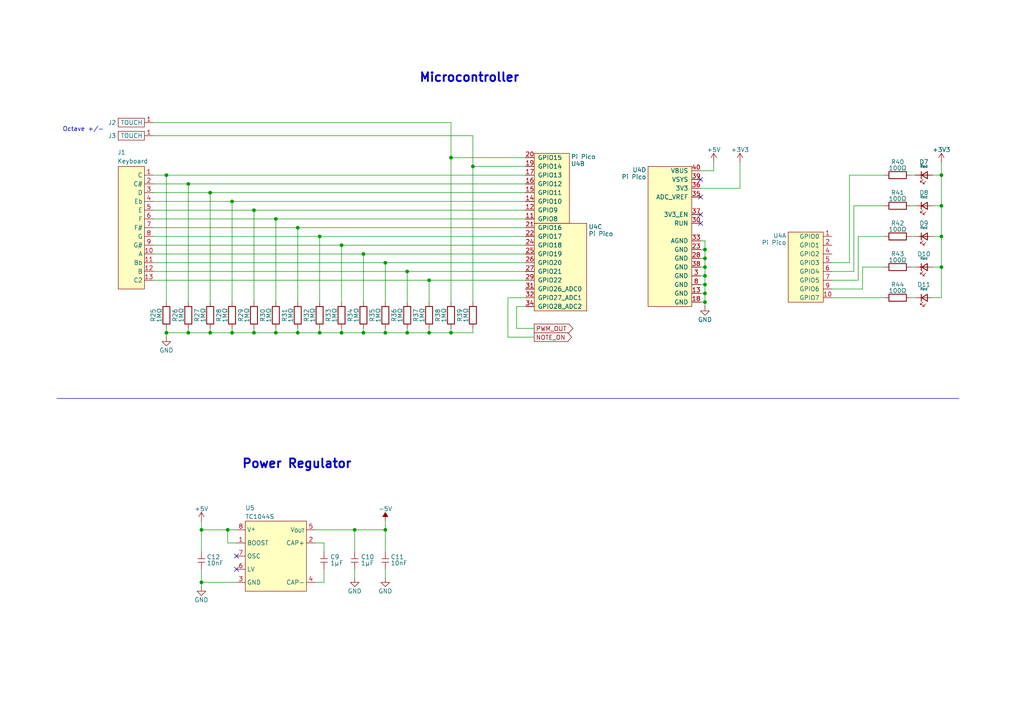
<source format=kicad_sch>
(kicad_sch (version 20250114) (generator "eeschema") (generator_version "9.0")
  (paper "A4")
  (lib_symbols
    (symbol "LiveWires:LW_15mm_TOUCH"
      (property "Reference" "J" (at 3.81 3.81 0))
      (symbol "LW_15mm_TOUCH_0_1"
        (rectangle (start 2.54 1.27) (end 10.16 -1.27))
      )
      (symbol "LW_15mm_TOUCH_1_1"
        (pin passive line (at 0 0 0) (length 2.54) (name "TOUCH") (number "1"))
      )
    )
    (symbol "LiveWires:LW_C-10n"
      (property "Reference" "C" (at 0 4.318 0))
      (property "Value" "10nF" (at 0 2.54 0))
      (symbol "LW_C-10n_0_1"
        (polyline (pts (xy -0.508 1.016) (xy -0.508 -1.016)))
        (polyline (pts (xy -0.508 0) (xy -1.27 0)))
        (polyline (pts (xy 0.508 1.016) (xy 0.508 -1.016)))
        (polyline (pts (xy 0.508 0) (xy 1.016 0) (xy 1.27 0)))
      )
      (symbol "LW_C-10n_1_1"
        (pin passive line (at -2.54 0 0) (length 1.27) (name "1") (number "1"))
        (pin passive line (at 2.54 0 180) (length 1.27) (name "2") (number "2"))
      )
    )
    (symbol "LiveWires:LW_C-1u"
      (property "Reference" "C" (at 0 4.318 0))
      (property "Value" "1µF" (at 0 2.54 0))
      (symbol "LW_C-1u_0_1"
        (polyline (pts (xy -0.508 1.016) (xy -0.508 -1.016)))
        (polyline (pts (xy -0.508 0) (xy -1.27 0)))
        (polyline (pts (xy 0.508 1.016) (xy 0.508 -1.016)))
        (polyline (pts (xy 0.508 0) (xy 1.016 0) (xy 1.27 0)))
      )
      (symbol "LW_C-1u_1_1"
        (pin passive line (at -2.54 0 0) (length 1.27) (name "1") (number "1"))
        (pin passive line (at 2.54 0 180) (length 1.27) (name "2") (number "2"))
      )
    )
    (symbol "LiveWires:LW_LED_RED_5mm" (pin_numbers (hide yes)) (pin_names (offset 1.016) (hide yes))
      (property "Reference" "D" (at 0 3.81 0))
      (property "Value" "Red" (at 0 2.54 0))
      (symbol "LW_LED_RED_5mm_0_1"
        (polyline (pts (xy -1.27 0) (xy 1.27 0)))
        (polyline (pts (xy -1.016 -2.032) (xy -0.508 -2.032)))
        (polyline (pts (xy -0.762 -1.016) (xy -0.762 1.016)) (stroke (width 0.254)))
        (polyline (pts (xy -0.254 -1.27) (xy -1.016 -2.032) (xy -1.016 -1.524)))
        (polyline (pts (xy -0.254 -2.54) (xy 0.254 -2.54)))
        (polyline (pts (xy 0.508 -1.778) (xy -0.254 -2.54) (xy -0.254 -2.032)))
        (polyline (pts (xy 1.016 -1.016) (xy 1.016 1.016) (xy -0.635 0) (xy 1.016 -1.016)) (stroke (width 0.254)))
      )
      (symbol "LW_LED_RED_5mm_1_1"
        (pin passive line (at -2.54 0 0) (length 2.54) (name "K") (number "K"))
        (pin passive line (at 2.54 0 180) (length 2.54) (name "A") (number "A"))
      )
    )
    (symbol "LiveWires:LW_PIANO"
      (property "Reference" "J" (at 2.54 6.35 0))
      (property "Value" "Keyboard" (at 2.54 3.81 0))
      (symbol "LW_PIANO_1_1"
        (rectangle (start 2.54 2.54) (end 10.16 -33.02) (fill (type background)))
        (pin passive line (at 0 0 0) (length 2.54) (name "C2") (number "13"))
        (pin passive line (at 0 -2.54 0) (length 2.54) (name "B") (number "12"))
        (pin passive line (at 0 -5.08 0) (length 2.54) (name "Bb") (number "11"))
        (pin passive line (at 0 -7.62 0) (length 2.54) (name "A") (number "10"))
        (pin passive line (at 0 -10.16 0) (length 2.54) (name "G#") (number "9"))
        (pin passive line (at 0 -12.7 0) (length 2.54) (name "G") (number "8"))
        (pin passive line (at 0 -15.24 0) (length 2.54) (name "F#") (number "7"))
        (pin passive line (at 0 -17.78 0) (length 2.54) (name "F") (number "6"))
        (pin passive line (at 0 -20.32 0) (length 2.54) (name "E") (number "5"))
        (pin passive line (at 0 -22.86 0) (length 2.54) (name "Eb") (number "4"))
        (pin passive line (at 0 -25.4 0) (length 2.54) (name "D") (number "3"))
        (pin passive line (at 0 -27.94 0) (length 2.54) (name "C#") (number "2"))
        (pin passive line (at 0 -30.48 0) (length 2.54) (name "C") (number "1"))
      )
    )
    (symbol "LiveWires:LW_Pico" (pin_names (offset 1.016))
      (property "Reference" "U" (at 13.208 0.254 0))
      (property "Value" "Pi Pico" (at 13.208 -1.778 0))
      (symbol "LW_Pico_1_1"
        (rectangle (start 2.54 1.27) (end 12.7 -19.05) (fill (type background)))
        (pin bidirectional line (at 0 0 0) (length 2.54) (name "GPIO0") (number "1"))
        (pin bidirectional line (at 0 -2.54 0) (length 2.54) (name "GPIO1") (number "2"))
        (pin bidirectional line (at 0 -5.08 0) (length 2.54) (name "GPIO2") (number "4"))
        (pin bidirectional line (at 0 -7.62 0) (length 2.54) (name "GPIO3") (number "5"))
        (pin bidirectional line (at 0 -10.16 0) (length 2.54) (name "GPIO4") (number "6"))
        (pin bidirectional line (at 0 -12.7 0) (length 2.54) (name "GPIO5") (number "7"))
        (pin bidirectional line (at 0 -15.24 0) (length 2.54) (name "GPIO6") (number "9"))
        (pin bidirectional line (at 0 -17.78 0) (length 2.54) (name "GPIO7") (number "10"))
      )
      (symbol "LW_Pico_2_1"
        (rectangle (start 2.54 1.27) (end 12.7 -19.05) (fill (type background)))
        (pin bidirectional line (at 0 0 0) (length 2.54) (name "GPIO8") (number "11"))
        (pin bidirectional line (at 0 -2.54 0) (length 2.54) (name "GPIO9") (number "12"))
        (pin bidirectional line (at 0 -5.08 0) (length 2.54) (name "GPIO10") (number "14"))
        (pin bidirectional line (at 0 -7.62 0) (length 2.54) (name "GPIO11") (number "15"))
        (pin bidirectional line (at 0 -10.16 0) (length 2.54) (name "GPIO12") (number "16"))
        (pin bidirectional line (at 0 -12.7 0) (length 2.54) (name "GPIO13") (number "17"))
        (pin bidirectional line (at 0 -15.24 0) (length 2.54) (name "GPIO14") (number "19"))
        (pin bidirectional line (at 0 -17.78 0) (length 2.54) (name "GPIO15") (number "20"))
      )
      (symbol "LW_Pico_3_1"
        (rectangle (start -2.54 1.27) (end 12.7 -24.13) (fill (type background)))
        (pin bidirectional line (at -5.08 0 0) (length 2.54) (name "GPIO16") (number "21"))
        (pin bidirectional line (at -5.08 -2.54 0) (length 2.54) (name "GPIO17") (number "22"))
        (pin bidirectional line (at -5.08 -5.08 0) (length 2.54) (name "GPIO18") (number "24"))
        (pin bidirectional line (at -5.08 -7.62 0) (length 2.54) (name "GPIO19") (number "25"))
        (pin bidirectional line (at -5.08 -10.16 0) (length 2.54) (name "GPIO20") (number "26"))
        (pin bidirectional line (at -5.08 -12.7 0) (length 2.54) (name "GPIO21") (number "27"))
        (pin bidirectional line (at -5.08 -15.24 0) (length 2.54) (name "GPIO22") (number "29"))
        (pin bidirectional line (at -5.08 -17.78 0) (length 2.54) (name "GPIO26_ADC0") (number "31"))
        (pin bidirectional line (at -5.08 -20.32 0) (length 2.54) (name "GPIO27_ADC1") (number "32"))
        (pin bidirectional line (at -5.08 -22.86 0) (length 2.54) (name "GPIO28_ADC2") (number "34"))
      )
      (symbol "LW_Pico_4_1"
        (rectangle (start 0 1.27) (end 12.7 -39.37) (fill (type background)))
        (pin unspecified line (at -2.54 0 0) (length 2.54) (name "VBUS") (number "40"))
        (pin unspecified line (at -2.54 -2.54 0) (length 2.54) (name "VSYS") (number "39"))
        (pin unspecified line (at -2.54 -5.08 0) (length 2.54) (name "3V3") (number "36"))
        (pin unspecified line (at -2.54 -7.62 0) (length 2.54) (name "ADC_VREF") (number "35"))
        (pin input line (at -2.54 -12.7 0) (length 2.54) (name "3V3_EN") (number "37"))
        (pin input line (at -2.54 -15.24 0) (length 2.54) (name "RUN") (number "30"))
        (pin power_in line (at -2.54 -20.32 0) (length 2.54) (name "AGND") (number "33"))
        (pin power_in line (at -2.54 -22.86 0) (length 2.54) (name "GND") (number "23"))
        (pin power_in line (at -2.54 -25.4 0) (length 2.54) (name "GND") (number "28"))
        (pin bidirectional line (at -2.54 -27.94 0) (length 2.54) (name "GND") (number "38"))
        (pin power_in line (at -2.54 -30.48 0) (length 2.54) (name "GND") (number "3"))
        (pin power_in line (at -2.54 -33.02 0) (length 2.54) (name "GND") (number "8"))
        (pin power_in line (at -2.54 -35.56 0) (length 2.54) (name "GND") (number "13"))
        (pin power_in line (at -2.54 -38.1 0) (length 2.54) (name "GND") (number "18"))
      )
    )
    (symbol "LiveWires:LW_R-100"
      (property "Reference" "R" (at 0 3.81 0))
      (property "Value" "100Ω" (at 0 2.032 0))
      (symbol "LW_R-100_0_1"
        (rectangle (start -2.54 1.016) (end 2.54 -1.016) (stroke (width 0.254)))
      )
      (symbol "LW_R-100_1_1"
        (pin passive line (at -3.81 0 0) (length 1.27) (name "1") (number "1"))
        (pin passive line (at 3.81 0 180) (length 1.27) (name "2") (number "2"))
      )
    )
    (symbol "LiveWires:LW_R-1M"
      (property "Reference" "R" (at 0 3.81 0))
      (property "Value" "1MΩ" (at 0 2.032 0))
      (symbol "LW_R-1M_0_1"
        (rectangle (start -2.54 1.016) (end 2.54 -1.016) (stroke (width 0.254)))
      )
      (symbol "LW_R-1M_1_1"
        (pin passive line (at -3.81 0 0) (length 1.27) (name "1") (number "1"))
        (pin passive line (at 3.81 0 180) (length 1.27) (name "2") (number "2"))
      )
    )
    (symbol "LiveWires:LW_TC1044S"
      (property "Reference" "U" (at 2.54 6.35 0))
      (property "Value" "TC1044S" (at 2.54 3.81 0))
      (symbol "LW_TC1044S_1_1"
        (rectangle (start 2.54 2.54) (end 20.32 -17.78) (fill (type background)))
        (pin passive line (at 0 0 0) (length 2.54) (name "V^{+}") (number "8"))
        (pin passive line (at 0 -3.81 0) (length 2.54) (name "BOOST") (number "1"))
        (pin passive line (at 0 -7.62 0) (length 2.54) (name "OSC") (number "7"))
        (pin passive line (at 0 -11.43 0) (length 2.54) (name "LV") (number "6"))
        (pin passive line (at 0 -15.24 0) (length 2.54) (name "GND") (number "3"))
        (pin passive line (at 22.86 0 180) (length 2.54) (name "V_{OUT}") (number "5"))
        (pin passive line (at 22.86 -3.81 180) (length 2.54) (name "CAP+") (number "2"))
        (pin passive line (at 22.86 -15.24 180) (length 2.54) (name "CAP-") (number "4"))
      )
    )
    (symbol "power:+3V3" (power) (pin_numbers (hide yes)) (pin_names (offset 0) (hide yes))
      (property "Value" "+3V3" (at 0 3.556 0))
      (symbol "+3V3_0_1"
        (polyline (pts (xy -0.762 1.27) (xy 0 2.54)))
        (polyline (pts (xy 0 2.54) (xy 0.762 1.27)))
        (polyline (pts (xy 0 0) (xy 0 2.54)))
      )
      (symbol "+3V3_1_1"
        (pin power_in line (at 0 0 90) (length 0) (name "~") (number "1"))
      )
    )
    (symbol "power:+5V" (power) (pin_numbers (hide yes)) (pin_names (offset 0) (hide yes))
      (property "Value" "+5V" (at 0 3.556 0))
      (symbol "+5V_0_1"
        (polyline (pts (xy -0.762 1.27) (xy 0 2.54)))
        (polyline (pts (xy 0 2.54) (xy 0.762 1.27)))
        (polyline (pts (xy 0 0) (xy 0 2.54)))
      )
      (symbol "+5V_1_1"
        (pin power_in line (at 0 0 90) (length 0) (name "~") (number "1"))
      )
    )
    (symbol "power:-5V" (power) (pin_numbers (hide yes)) (pin_names (offset 0) (hide yes))
      (property "Value" "-5V" (at 0 3.556 0))
      (symbol "-5V_0_0"
        (pin power_in line (at 0 0 90) (length 0) (name "~") (number "1"))
      )
      (symbol "-5V_0_1"
        (polyline (pts (xy 0 0) (xy 0 1.27) (xy 0.762 1.27) (xy 0 2.54) (xy -0.762 1.27) (xy 0 1.27)) (fill (type outline)))
      )
    )
    (symbol "power:GND" (power) (pin_numbers (hide yes)) (pin_names (offset 0) (hide yes))
      (property "Value" "GND" (at 0 -3.81 0))
      (symbol "GND_0_1"
        (polyline (pts (xy 0 0) (xy 0 -1.27) (xy 1.27 -1.27) (xy 0 -2.54) (xy -1.27 -1.27) (xy 0 -1.27)))
      )
      (symbol "GND_1_1"
        (pin power_in line (at 0 0 270) (length 0) (name "~") (number "1"))
      )
    )
  )
  (text "Power Regulator" (at 86.106 134.62 0) (effects (font (size 2.54 2.54) (thickness 0.508) (bold yes))))
  (text "Microcontroller" (at 136.144 22.606 0) (effects (font (size 2.54 2.54) (thickness 0.508) (bold yes))))
  (text "Octave +/-" (at 24.13 37.592 0) (effects (font (size 1.27 1.27))))
  (junction (at 80.01 96.52))
  (junction (at 92.71 68.58))
  (junction (at 86.36 96.52))
  (junction (at 99.06 96.52))
  (junction (at 273.05 77.47))
  (junction (at 48.26 50.8))
  (junction (at 54.61 53.34))
  (junction (at 86.36 66.04))
  (junction (at 130.81 45.72))
  (junction (at 204.47 80.01))
  (junction (at 73.66 60.96))
  (junction (at 118.11 96.52))
  (junction (at 54.61 96.52))
  (junction (at 105.41 73.66))
  (junction (at 80.01 63.5))
  (junction (at 204.47 72.39))
  (junction (at 67.31 96.52))
  (junction (at 111.76 76.2))
  (junction (at 204.47 85.09))
  (junction (at 66.04 153.67))
  (junction (at 204.47 82.55))
  (junction (at 130.81 96.52))
  (junction (at 273.05 68.58))
  (junction (at 60.96 96.52))
  (junction (at 204.47 87.63))
  (junction (at 273.05 50.8))
  (junction (at 137.16 48.26))
  (junction (at 58.42 168.91))
  (junction (at 204.47 77.47))
  (junction (at 124.46 96.52))
  (junction (at 60.96 55.88))
  (junction (at 99.06 71.12))
  (junction (at 48.26 96.52))
  (junction (at 73.66 96.52))
  (junction (at 58.42 153.67))
  (junction (at 67.31 58.42))
  (junction (at 204.47 74.93))
  (junction (at 111.76 96.52))
  (junction (at 111.76 153.67))
  (junction (at 273.05 59.69))
  (junction (at 118.11 78.74))
  (junction (at 102.87 153.67))
  (junction (at 105.41 96.52))
  (junction (at 124.46 81.28))
  (junction (at 92.71 96.52))
  (no_connect (at 203.2 52.07))
  (no_connect (at 203.2 57.15))
  (no_connect (at 203.2 64.77))
  (no_connect (at 203.2 62.23))
  (no_connect (at 68.58 161.29))
  (no_connect (at 68.58 165.1))
  (wire (pts (xy 44.45 73.66) (xy 105.41 73.66)))
  (wire (pts (xy 48.26 50.8) (xy 152.4 50.8)))
  (wire (pts (xy 67.31 58.42) (xy 152.4 58.42)))
  (wire (pts (xy 44.45 76.2) (xy 111.76 76.2)))
  (wire (pts (xy 111.76 165.1) (xy 111.76 167.64)))
  (wire (pts (xy 250.19 77.47) (xy 256.54 77.47)))
  (wire (pts (xy 214.63 54.61) (xy 214.63 46.99)))
  (wire (pts (xy 73.66 60.96) (xy 73.66 87.63)))
  (wire (pts (xy 130.81 96.52) (xy 137.16 96.52)))
  (wire (pts (xy 137.16 48.26) (xy 137.16 87.63)))
  (wire (pts (xy 58.42 151.13) (xy 58.42 153.67)))
  (wire (pts (xy 86.36 96.52) (xy 92.71 96.52)))
  (wire (pts (xy 67.31 95.25) (xy 67.31 96.52)))
  (wire (pts (xy 203.2 87.63) (xy 204.47 87.63)))
  (wire (pts (xy 247.65 78.74) (xy 247.65 59.69)))
  (wire (pts (xy 58.42 168.91) (xy 58.42 170.18)))
  (wire (pts (xy 152.4 88.9) (xy 149.86 88.9)))
  (wire (pts (xy 130.81 45.72) (xy 130.81 87.63)))
  (wire (pts (xy 124.46 95.25) (xy 124.46 96.52)))
  (wire (pts (xy 137.16 39.37) (xy 137.16 48.26)))
  (wire (pts (xy 48.26 50.8) (xy 48.26 87.63)))
  (wire (pts (xy 60.96 96.52) (xy 67.31 96.52)))
  (wire (pts (xy 44.45 53.34) (xy 54.61 53.34)))
  (wire (pts (xy 54.61 53.34) (xy 54.61 87.63)))
  (wire (pts (xy 270.51 77.47) (xy 273.05 77.47)))
  (wire (pts (xy 60.96 55.88) (xy 60.96 87.63)))
  (wire (pts (xy 44.45 71.12) (xy 99.06 71.12)))
  (wire (pts (xy 99.06 71.12) (xy 99.06 87.63)))
  (wire (pts (xy 204.47 87.63) (xy 204.47 88.9)))
  (wire (pts (xy 147.32 97.79) (xy 154.94 97.79)))
  (wire (pts (xy 60.96 55.88) (xy 152.4 55.88)))
  (wire (pts (xy 203.2 72.39) (xy 204.47 72.39)))
  (wire (pts (xy 241.3 83.82) (xy 250.19 83.82)))
  (wire (pts (xy 60.96 95.25) (xy 60.96 96.52)))
  (wire (pts (xy 111.76 76.2) (xy 152.4 76.2)))
  (wire (pts (xy 204.47 72.39) (xy 204.47 74.93)))
  (wire (pts (xy 48.26 96.52) (xy 54.61 96.52)))
  (wire (pts (xy 273.05 68.58) (xy 273.05 77.47)))
  (wire (pts (xy 264.16 50.8) (xy 265.43 50.8)))
  (wire (pts (xy 241.3 86.36) (xy 256.54 86.36)))
  (wire (pts (xy 273.05 86.36) (xy 270.51 86.36)))
  (wire (pts (xy 91.44 153.67) (xy 102.87 153.67)))
  (wire (pts (xy 80.01 96.52) (xy 86.36 96.52)))
  (wire (pts (xy 203.2 54.61) (xy 214.63 54.61)))
  (wire (pts (xy 248.92 68.58) (xy 256.54 68.58)))
  (wire (pts (xy 147.32 86.36) (xy 147.32 97.79)))
  (wire (pts (xy 137.16 96.52) (xy 137.16 95.25)))
  (wire (pts (xy 264.16 68.58) (xy 265.43 68.58)))
  (wire (pts (xy 92.71 95.25) (xy 92.71 96.52)))
  (wire (pts (xy 58.42 153.67) (xy 58.42 160.02)))
  (wire (pts (xy 67.31 58.42) (xy 67.31 87.63)))
  (wire (pts (xy 241.3 76.2) (xy 246.38 76.2)))
  (wire (pts (xy 92.71 68.58) (xy 92.71 87.63)))
  (wire (pts (xy 105.41 96.52) (xy 111.76 96.52)))
  (wire (pts (xy 264.16 86.36) (xy 265.43 86.36)))
  (wire (pts (xy 203.2 69.85) (xy 204.47 69.85)))
  (wire (pts (xy 44.45 58.42) (xy 67.31 58.42)))
  (wire (pts (xy 105.41 73.66) (xy 105.41 87.63)))
  (wire (pts (xy 111.76 76.2) (xy 111.76 87.63)))
  (wire (pts (xy 92.71 96.52) (xy 99.06 96.52)))
  (wire (pts (xy 204.47 74.93) (xy 204.47 77.47)))
  (wire (pts (xy 105.41 95.25) (xy 105.41 96.52)))
  (wire (pts (xy 203.2 82.55) (xy 204.47 82.55)))
  (wire (pts (xy 86.36 66.04) (xy 86.36 87.63)))
  (wire (pts (xy 58.42 165.1) (xy 58.42 168.91)))
  (wire (pts (xy 111.76 153.67) (xy 111.76 160.02)))
  (wire (pts (xy 68.58 168.91) (xy 58.42 168.91)))
  (wire (pts (xy 44.45 39.37) (xy 137.16 39.37)))
  (wire (pts (xy 273.05 77.47) (xy 273.05 86.36)))
  (wire (pts (xy 204.47 69.85) (xy 204.47 72.39)))
  (wire (pts (xy 247.65 59.69) (xy 256.54 59.69)))
  (wire (pts (xy 118.11 95.25) (xy 118.11 96.52)))
  (wire (pts (xy 48.26 96.52) (xy 48.26 97.79)))
  (wire (pts (xy 118.11 96.52) (xy 124.46 96.52)))
  (wire (pts (xy 111.76 95.25) (xy 111.76 96.52)))
  (wire (pts (xy 86.36 66.04) (xy 152.4 66.04)))
  (wire (pts (xy 130.81 35.56) (xy 130.81 45.72)))
  (wire (pts (xy 204.47 82.55) (xy 204.47 85.09)))
  (wire (pts (xy 241.3 78.74) (xy 247.65 78.74)))
  (wire (pts (xy 241.3 81.28) (xy 248.92 81.28)))
  (wire (pts (xy 270.51 59.69) (xy 273.05 59.69)))
  (wire (pts (xy 80.01 95.25) (xy 80.01 96.52)))
  (wire (pts (xy 44.45 66.04) (xy 86.36 66.04)))
  (wire (pts (xy 111.76 96.52) (xy 118.11 96.52)))
  (wire (pts (xy 73.66 60.96) (xy 152.4 60.96)))
  (wire (pts (xy 149.86 95.25) (xy 154.94 95.25)))
  (wire (pts (xy 270.51 50.8) (xy 273.05 50.8)))
  (wire (pts (xy 67.31 96.52) (xy 73.66 96.52)))
  (wire (pts (xy 137.16 48.26) (xy 152.4 48.26)))
  (wire (pts (xy 248.92 81.28) (xy 248.92 68.58)))
  (wire (pts (xy 93.98 157.48) (xy 93.98 160.02)))
  (wire (pts (xy 152.4 86.36) (xy 147.32 86.36)))
  (wire (pts (xy 91.44 157.48) (xy 93.98 157.48)))
  (wire (pts (xy 58.42 153.67) (xy 66.04 153.67)))
  (wire (pts (xy 66.04 157.48) (xy 66.04 153.67)))
  (wire (pts (xy 99.06 95.25) (xy 99.06 96.52)))
  (wire (pts (xy 102.87 165.1) (xy 102.87 167.64)))
  (wire (pts (xy 73.66 95.25) (xy 73.66 96.52)))
  (wire (pts (xy 54.61 95.25) (xy 54.61 96.52)))
  (wire (pts (xy 48.26 95.25) (xy 48.26 96.52)))
  (wire (pts (xy 44.45 78.74) (xy 118.11 78.74)))
  (wire (pts (xy 273.05 59.69) (xy 273.05 68.58)))
  (wire (pts (xy 203.2 80.01) (xy 204.47 80.01)))
  (wire (pts (xy 102.87 153.67) (xy 102.87 160.02)))
  (wire (pts (xy 44.45 68.58) (xy 92.71 68.58)))
  (wire (pts (xy 44.45 50.8) (xy 48.26 50.8)))
  (wire (pts (xy 124.46 96.52) (xy 130.81 96.52)))
  (wire (pts (xy 44.45 63.5) (xy 80.01 63.5)))
  (wire (pts (xy 86.36 95.25) (xy 86.36 96.52)))
  (wire (pts (xy 111.76 153.67) (xy 111.76 151.13)))
  (wire (pts (xy 80.01 63.5) (xy 80.01 87.63)))
  (wire (pts (xy 130.81 45.72) (xy 152.4 45.72)))
  (wire (pts (xy 204.47 77.47) (xy 204.47 80.01)))
  (wire (pts (xy 99.06 71.12) (xy 152.4 71.12)))
  (wire (pts (xy 91.44 168.91) (xy 93.98 168.91)))
  (wire (pts (xy 204.47 80.01) (xy 204.47 82.55)))
  (wire (pts (xy 124.46 81.28) (xy 124.46 87.63)))
  (wire (pts (xy 68.58 157.48) (xy 66.04 157.48)))
  (wire (pts (xy 118.11 78.74) (xy 118.11 87.63)))
  (wire (pts (xy 93.98 168.91) (xy 93.98 165.1)))
  (wire (pts (xy 203.2 77.47) (xy 204.47 77.47)))
  (wire (pts (xy 246.38 76.2) (xy 246.38 50.8)))
  (wire (pts (xy 264.16 59.69) (xy 265.43 59.69)))
  (wire (pts (xy 44.45 81.28) (xy 124.46 81.28)))
  (wire (pts (xy 273.05 46.99) (xy 273.05 50.8)))
  (wire (pts (xy 273.05 50.8) (xy 273.05 59.69)))
  (wire (pts (xy 149.86 88.9) (xy 149.86 95.25)))
  (wire (pts (xy 203.2 85.09) (xy 204.47 85.09)))
  (wire (pts (xy 105.41 73.66) (xy 152.4 73.66)))
  (wire (pts (xy 44.45 60.96) (xy 73.66 60.96)))
  (wire (pts (xy 264.16 77.47) (xy 265.43 77.47)))
  (wire (pts (xy 80.01 63.5) (xy 152.4 63.5)))
  (wire (pts (xy 130.81 95.25) (xy 130.81 96.52)))
  (polyline (pts (xy 16.51 115.57) (xy 278.13 115.57)))
  (wire (pts (xy 73.66 96.52) (xy 80.01 96.52)))
  (wire (pts (xy 111.76 153.67) (xy 102.87 153.67)))
  (wire (pts (xy 54.61 96.52) (xy 60.96 96.52)))
  (wire (pts (xy 250.19 83.82) (xy 250.19 77.47)))
  (wire (pts (xy 207.01 49.53) (xy 207.01 46.99)))
  (wire (pts (xy 203.2 49.53) (xy 207.01 49.53)))
  (wire (pts (xy 54.61 53.34) (xy 152.4 53.34)))
  (wire (pts (xy 204.47 85.09) (xy 204.47 87.63)))
  (wire (pts (xy 99.06 96.52) (xy 105.41 96.52)))
  (wire (pts (xy 66.04 153.67) (xy 68.58 153.67)))
  (wire (pts (xy 118.11 78.74) (xy 152.4 78.74)))
  (wire (pts (xy 246.38 50.8) (xy 256.54 50.8)))
  (wire (pts (xy 124.46 81.28) (xy 152.4 81.28)))
  (wire (pts (xy 92.71 68.58) (xy 152.4 68.58)))
  (wire (pts (xy 44.45 35.56) (xy 130.81 35.56)))
  (wire (pts (xy 44.45 55.88) (xy 60.96 55.88)))
  (wire (pts (xy 270.51 68.58) (xy 273.05 68.58)))
  (wire (pts (xy 203.2 74.93) (xy 204.47 74.93)))
  (global_label "NOTE_ON" (shape output) (at 154.94 97.79 0) (property "Intersheetrefs" "${INTERSHEET_REFS}" (effects (hide yes))))
  (global_label "PWM_OUT" (shape output) (at 154.94 95.25 0) (property "Intersheetrefs" "${INTERSHEET_REFS}" (effects (hide yes))))
  (symbol (lib_id "LiveWires:LW_R-1M") (at 99.06 91.44 90) (unit 1)
    (property "Reference" "R33" (at 95.25 91.44 0))
    (property "Value" "1MΩ" (at 97.028 91.44 0))
    (property "Footprint" "LiveWires:LW_Res" (effects (hide yes)))
    (property "Description" "1MΩ Through Hole Resistor (Generic)" (effects (hide yes)))
    (property "Cost" "0.03" (effects (hide yes)))
    (property "MPN" "MF0W4FF1004" (effects (hide yes)))
    (property "Manufacturer" "Royal Ohm" (effects (hide yes)))
  )
  (symbol (lib_id "LiveWires:LW_R-100") (at 260.35 77.47 0) (unit 1)
    (property "Reference" "R43" (at 260.35 73.66 0))
    (property "Value" "100Ω" (at 260.35 75.438 0))
    (property "Footprint" "LiveWires:LW_Res" (effects (hide yes)))
    (property "Description" "100Ω Through Hole Resistor (Generic)" (effects (hide yes)))
    (property "Cost" "0.03" (effects (hide yes)))
    (property "MPN" "MF0W4FF1000" (effects (hide yes)))
    (property "Manufacturer" "Royal Ohm" (effects (hide yes)))
  )
  (symbol (lib_id "LiveWires:LW_R-1M") (at 67.31 91.44 90) (unit 1)
    (property "Reference" "R28" (at 63.5 91.44 0))
    (property "Value" "1MΩ" (at 65.278 91.44 0))
    (property "Footprint" "LiveWires:LW_Res" (effects (hide yes)))
    (property "Description" "1MΩ Through Hole Resistor (Generic)" (effects (hide yes)))
    (property "Cost" "0.03" (effects (hide yes)))
    (property "MPN" "MF0W4FF1004" (effects (hide yes)))
    (property "Manufacturer" "Royal Ohm" (effects (hide yes)))
  )
  (symbol (lib_id "LiveWires:LW_R-100") (at 260.35 86.36 0) (unit 1)
    (property "Reference" "R44" (at 260.35 82.55 0))
    (property "Value" "100Ω" (at 260.35 84.328 0))
    (property "Footprint" "LiveWires:LW_Res" (effects (hide yes)))
    (property "Description" "100Ω Through Hole Resistor (Generic)" (effects (hide yes)))
    (property "Cost" "0.03" (effects (hide yes)))
    (property "MPN" "MF0W4FF1000" (effects (hide yes)))
    (property "Manufacturer" "Royal Ohm" (effects (hide yes)))
  )
  (symbol (lib_id "LiveWires:LW_R-1M") (at 118.11 91.44 90) (unit 1)
    (property "Reference" "R36" (at 114.3 91.44 0))
    (property "Value" "1MΩ" (at 116.078 91.44 0))
    (property "Footprint" "LiveWires:LW_Res" (effects (hide yes)))
    (property "Description" "1MΩ Through Hole Resistor (Generic)" (effects (hide yes)))
    (property "Cost" "0.03" (effects (hide yes)))
    (property "MPN" "MF0W4FF1004" (effects (hide yes)))
    (property "Manufacturer" "Royal Ohm" (effects (hide yes)))
  )
  (symbol (lib_id "LiveWires:LW_R-100") (at 260.35 59.69 0) (unit 1)
    (property "Reference" "R41" (at 260.35 55.88 0))
    (property "Value" "100Ω" (at 260.35 57.658 0))
    (property "Footprint" "LiveWires:LW_Res" (effects (hide yes)))
    (property "Description" "100Ω Through Hole Resistor (Generic)" (effects (hide yes)))
    (property "Cost" "0.03" (effects (hide yes)))
    (property "MPN" "MF0W4FF1000" (effects (hide yes)))
    (property "Manufacturer" "Royal Ohm" (effects (hide yes)))
  )
  (symbol (lib_id "LiveWires:LW_R-1M") (at 73.66 91.44 90) (unit 1)
    (property "Reference" "R29" (at 69.85 91.44 0))
    (property "Value" "1MΩ" (at 71.628 91.44 0))
    (property "Footprint" "LiveWires:LW_Res" (effects (hide yes)))
    (property "Description" "1MΩ Through Hole Resistor (Generic)" (effects (hide yes)))
    (property "Cost" "0.03" (effects (hide yes)))
    (property "MPN" "MF0W4FF1004" (effects (hide yes)))
    (property "Manufacturer" "Royal Ohm" (effects (hide yes)))
  )
  (symbol (lib_id "power:+3V3") (at 273.05 46.99 0) (unit 1)
    (property "Reference" "#PWR029" (effects (hide yes)))
    (property "Value" "+3V3" (at 273.05 43.434 0))
    (property "Description" "Power symbol creates a global label with name \"+3V3\"" (effects (hide yes)))
  )
  (symbol (lib_id "LiveWires:LW_R-1M") (at 92.71 91.44 90) (unit 1)
    (property "Reference" "R32" (at 88.9 91.44 0))
    (property "Value" "1MΩ" (at 90.678 91.44 0))
    (property "Footprint" "LiveWires:LW_Res" (effects (hide yes)))
    (property "Description" "1MΩ Through Hole Resistor (Generic)" (effects (hide yes)))
    (property "Cost" "0.03" (effects (hide yes)))
    (property "MPN" "MF0W4FF1004" (effects (hide yes)))
    (property "Manufacturer" "Royal Ohm" (effects (hide yes)))
  )
  (symbol (lib_id "LiveWires:LW_LED_RED_5mm") (at 267.97 50.8 0) (unit 1)
    (property "Reference" "D7" (at 267.97 46.99 0))
    (property "Value" "Red" (at 267.97 48.26 0) (effects (font (size 0.762 0.762))))
    (property "Footprint" "LiveWires:LW_LED_D5.0mm" (effects (hide yes)))
    (property "Description" "Red LED, 5mm, 2.1V, 20mA" (effects (hide yes)))
    (property "Cost" "0.034" (effects (hide yes)))
    (property "MPN" "1573708" (effects (hide yes)))
    (property "Manufacturer" "TruComponents" (effects (hide yes)))
  )
  (symbol (lib_id "LiveWires:LW_15mm_TOUCH") (at 44.45 35.56 0) (mirror y) (unit 1)
    (property "Reference" "J2" (at 32.512 35.56 0))
    (property "Value" "15mm Touch" (effects (hide yes)))
    (property "Footprint" "LiveWires:BASIC_TOUCH_PAD_15mm" (effects (hide yes)))
    (property "Description" "15mm touch pad" (effects (hide yes)))
  )
  (symbol (lib_id "LiveWires:LW_Pico") (at 152.4 63.5 0) (mirror x) (unit 2)
    (property "Reference" "U4" (at 165.608 47.498 0) (effects (justify left)))
    (property "Value" "Pi Pico" (at 165.608 45.466 0) (effects (justify left)))
    (property "Footprint" "LiveWires:LW_RPi_Pico_SMD_TH" (effects (hide yes)))
    (property "Description" "Pi Pico, no headers, no wireless" (effects (hide yes)))
    (property "Cost" "3.00" (effects (hide yes)))
    (property "MPN" "SC0915" (effects (hide yes)))
    (property "Manufacturer" "Raspberry Pi" (effects (hide yes)))
  )
  (symbol (lib_id "LiveWires:LW_TC1044S") (at 68.58 153.67 0) (unit 1)
    (property "Reference" "U5" (at 71.12 147.32 0) (effects (justify left)))
    (property "Value" "TC1044S" (at 71.12 149.86 0) (effects (justify left)))
    (property "Footprint" "LiveWires:LW_DIP8" (effects (hide yes)))
    (property "Description" "Charge pump DC-DC negative V generator" (effects (hide yes)))
    (property "Cost" "1.188" (effects (hide yes)))
    (property "MPN" "TC1044SCPA" (effects (hide yes)))
    (property "Manufacturer" "Microchip" (effects (hide yes)))
  )
  (symbol (lib_id "LiveWires:LW_LED_RED_5mm") (at 267.97 68.58 0) (unit 1)
    (property "Reference" "D9" (at 267.97 64.77 0))
    (property "Value" "Red" (at 267.97 66.04 0) (effects (font (size 0.762 0.762))))
    (property "Footprint" "LiveWires:LW_LED_D5.0mm" (effects (hide yes)))
    (property "Description" "Red LED, 5mm, 2.1V, 20mA" (effects (hide yes)))
    (property "Cost" "0.034" (effects (hide yes)))
    (property "MPN" "1573708" (effects (hide yes)))
    (property "Manufacturer" "TruComponents" (effects (hide yes)))
  )
  (symbol (lib_id "LiveWires:LW_Pico") (at 200.66 49.53 0) (mirror y) (unit 4)
    (property "Reference" "U4" (at 187.452 49.276 0) (effects (justify left)))
    (property "Value" "Pi Pico" (at 187.452 51.308 0) (effects (justify left)))
    (property "Footprint" "LiveWires:LW_RPi_Pico_SMD_TH" (effects (hide yes)))
    (property "Description" "Pi Pico, no headers, no wireless" (effects (hide yes)))
    (property "Cost" "3.00" (effects (hide yes)))
    (property "MPN" "SC0915" (effects (hide yes)))
    (property "Manufacturer" "Raspberry Pi" (effects (hide yes)))
  )
  (symbol (lib_id "LiveWires:LW_C-1u") (at 102.87 162.56 90) (unit 1)
    (property "Reference" "C10" (at 104.648 161.544 90) (effects (justify right)))
    (property "Value" "1µF" (at 104.648 163.322 90) (effects (justify right)))
    (property "Footprint" "LiveWires:LW_CeramicCap_5.08mm" (effects (hide yes)))
    (property "Description" "1µF Ceramic Capacitor (generic)" (effects (hide yes)))
    (property "Cost" "0.07" (effects (hide yes)))
    (property "MPN" "TS170R1H105MSBFB0R" (effects (hide yes)))
    (property "Manufacturer" "Suntan" (effects (hide yes)))
  )
  (symbol (lib_id "LiveWires:LW_R-100") (at 260.35 68.58 0) (unit 1)
    (property "Reference" "R42" (at 260.35 64.77 0))
    (property "Value" "100Ω" (at 260.35 66.548 0))
    (property "Footprint" "LiveWires:LW_Res" (effects (hide yes)))
    (property "Description" "100Ω Through Hole Resistor (Generic)" (effects (hide yes)))
    (property "Cost" "0.03" (effects (hide yes)))
    (property "MPN" "MF0W4FF1000" (effects (hide yes)))
    (property "Manufacturer" "Royal Ohm" (effects (hide yes)))
  )
  (symbol (lib_id "LiveWires:LW_R-100") (at 260.35 50.8 0) (unit 1)
    (property "Reference" "R40" (at 260.35 46.99 0))
    (property "Value" "100Ω" (at 260.35 48.768 0))
    (property "Footprint" "LiveWires:LW_Res" (effects (hide yes)))
    (property "Description" "100Ω Through Hole Resistor (Generic)" (effects (hide yes)))
    (property "Cost" "0.03" (effects (hide yes)))
    (property "MPN" "MF0W4FF1000" (effects (hide yes)))
    (property "Manufacturer" "Royal Ohm" (effects (hide yes)))
  )
  (symbol (lib_id "power:-5V") (at 111.76 151.13 0) (unit 1)
    (property "Reference" "#PWR022" (effects (hide yes)))
    (property "Value" "-5V" (at 111.76 147.574 0))
    (property "Description" "Power symbol creates a global label with name \"-5V\"" (effects (hide yes)))
  )
  (symbol (lib_id "LiveWires:LW_R-1M") (at 86.36 91.44 90) (unit 1)
    (property "Reference" "R31" (at 82.55 91.44 0))
    (property "Value" "1MΩ" (at 84.328 91.44 0))
    (property "Footprint" "LiveWires:LW_Res" (effects (hide yes)))
    (property "Description" "1MΩ Through Hole Resistor (Generic)" (effects (hide yes)))
    (property "Cost" "0.03" (effects (hide yes)))
    (property "MPN" "MF0W4FF1004" (effects (hide yes)))
    (property "Manufacturer" "Royal Ohm" (effects (hide yes)))
  )
  (symbol (lib_id "LiveWires:LW_R-1M") (at 111.76 91.44 90) (unit 1)
    (property "Reference" "R35" (at 107.95 91.44 0))
    (property "Value" "1MΩ" (at 109.728 91.44 0))
    (property "Footprint" "LiveWires:LW_Res" (effects (hide yes)))
    (property "Description" "1MΩ Through Hole Resistor (Generic)" (effects (hide yes)))
    (property "Cost" "0.03" (effects (hide yes)))
    (property "MPN" "MF0W4FF1004" (effects (hide yes)))
    (property "Manufacturer" "Royal Ohm" (effects (hide yes)))
  )
  (symbol (lib_id "LiveWires:LW_R-1M") (at 137.16 91.44 90) (unit 1)
    (property "Reference" "R39" (at 133.35 91.44 0))
    (property "Value" "1MΩ" (at 135.128 91.44 0))
    (property "Footprint" "LiveWires:LW_Res" (effects (hide yes)))
    (property "Description" "1MΩ Through Hole Resistor (Generic)" (effects (hide yes)))
    (property "Cost" "0.03" (effects (hide yes)))
    (property "MPN" "MF0W4FF1004" (effects (hide yes)))
    (property "Manufacturer" "Royal Ohm" (effects (hide yes)))
  )
  (symbol (lib_id "LiveWires:LW_C-1u") (at 93.98 162.56 90) (unit 1)
    (property "Reference" "C9" (at 95.758 161.544 90) (effects (justify right)))
    (property "Value" "1µF" (at 95.758 163.322 90) (effects (justify right)))
    (property "Footprint" "LiveWires:LW_CeramicCap_5.08mm" (effects (hide yes)))
    (property "Description" "1µF Ceramic Capacitor (generic)" (effects (hide yes)))
    (property "Cost" "0.07" (effects (hide yes)))
    (property "MPN" "TS170R1H105MSBFB0R" (effects (hide yes)))
    (property "Manufacturer" "Suntan" (effects (hide yes)))
  )
  (symbol (lib_id "LiveWires:LW_PIANO") (at 44.45 81.28 180) (unit 1)
    (property "Reference" "J1" (at 34.036 44.196 0) (effects (justify right)))
    (property "Value" "Keyboard" (at 34.036 46.736 0) (effects (justify right)))
    (property "Footprint" "LiveWires:LW_PIANO" (effects (hide yes)))
    (property "Description" "Piano Keyboard, 1 octave" (effects (hide yes)))
  )
  (symbol (lib_id "LiveWires:LW_R-1M") (at 54.61 91.44 90) (unit 1)
    (property "Reference" "R26" (at 50.8 91.44 0))
    (property "Value" "1MΩ" (at 52.578 91.44 0))
    (property "Footprint" "LiveWires:LW_Res" (effects (hide yes)))
    (property "Description" "1MΩ Through Hole Resistor (Generic)" (effects (hide yes)))
    (property "Cost" "0.03" (effects (hide yes)))
    (property "MPN" "MF0W4FF1004" (effects (hide yes)))
    (property "Manufacturer" "Royal Ohm" (effects (hide yes)))
  )
  (symbol (lib_id "LiveWires:LW_LED_RED_5mm") (at 267.97 59.69 0) (unit 1)
    (property "Reference" "D8" (at 267.97 55.88 0))
    (property "Value" "Red" (at 267.97 57.15 0) (effects (font (size 0.762 0.762))))
    (property "Footprint" "LiveWires:LW_LED_D5.0mm" (effects (hide yes)))
    (property "Description" "Red LED, 5mm, 2.1V, 20mA" (effects (hide yes)))
    (property "Cost" "0.034" (effects (hide yes)))
    (property "MPN" "1573708" (effects (hide yes)))
    (property "Manufacturer" "TruComponents" (effects (hide yes)))
  )
  (symbol (lib_id "power:+5V") (at 207.01 46.99 0) (unit 1)
    (property "Reference" "#PWR027" (effects (hide yes)))
    (property "Value" "+5V" (at 207.01 43.434 0))
    (property "Description" "Power symbol creates a global label with name \"+5V\"" (effects (hide yes)))
  )
  (symbol (lib_id "LiveWires:LW_15mm_TOUCH") (at 44.45 39.37 0) (mirror y) (unit 1)
    (property "Reference" "J3" (at 32.512 39.37 0))
    (property "Value" "15mm Touch" (effects (hide yes)))
    (property "Footprint" "LiveWires:BASIC_TOUCH_PAD_15mm" (effects (hide yes)))
    (property "Description" "15mm touch pad" (effects (hide yes)))
  )
  (symbol (lib_id "LiveWires:LW_LED_RED_5mm") (at 267.97 77.47 0) (unit 1)
    (property "Reference" "D10" (at 267.97 73.66 0))
    (property "Value" "Red" (at 267.97 74.93 0) (effects (font (size 0.762 0.762))))
    (property "Footprint" "LiveWires:LW_LED_D5.0mm" (effects (hide yes)))
    (property "Description" "Red LED, 5mm, 2.1V, 20mA" (effects (hide yes)))
    (property "Cost" "0.034" (effects (hide yes)))
    (property "MPN" "1573708" (effects (hide yes)))
    (property "Manufacturer" "TruComponents" (effects (hide yes)))
  )
  (symbol (lib_id "LiveWires:LW_Pico") (at 157.48 66.04 0) (unit 3)
    (property "Reference" "U4" (at 170.688 65.786 0) (effects (justify left)))
    (property "Value" "Pi Pico" (at 170.688 67.818 0) (effects (justify left)))
    (property "Footprint" "LiveWires:LW_RPi_Pico_SMD_TH" (effects (hide yes)))
    (property "Description" "Pi Pico, no headers, no wireless" (effects (hide yes)))
    (property "Cost" "3.00" (effects (hide yes)))
    (property "MPN" "SC0915" (effects (hide yes)))
    (property "Manufacturer" "Raspberry Pi" (effects (hide yes)))
  )
  (symbol (lib_id "power:+3V3") (at 214.63 46.99 0) (unit 1)
    (property "Reference" "#PWR028" (effects (hide yes)))
    (property "Value" "+3V3" (at 214.63 43.434 0))
    (property "Description" "Power symbol creates a global label with name \"+3V3\"" (effects (hide yes)))
  )
  (symbol (lib_id "LiveWires:LW_R-1M") (at 60.96 91.44 90) (unit 1)
    (property "Reference" "R27" (at 57.15 91.44 0))
    (property "Value" "1MΩ" (at 58.928 91.44 0))
    (property "Footprint" "LiveWires:LW_Res" (effects (hide yes)))
    (property "Description" "1MΩ Through Hole Resistor (Generic)" (effects (hide yes)))
    (property "Cost" "0.03" (effects (hide yes)))
    (property "MPN" "MF0W4FF1004" (effects (hide yes)))
    (property "Manufacturer" "Royal Ohm" (effects (hide yes)))
  )
  (symbol (lib_id "power:+5V") (at 58.42 151.13 0) (unit 1)
    (property "Reference" "#PWR021" (effects (hide yes)))
    (property "Value" "+5V" (at 58.42 147.574 0))
    (property "Description" "Power symbol creates a global label with name \"+5V\"" (effects (hide yes)))
  )
  (symbol (lib_id "LiveWires:LW_Pico") (at 241.3 68.58 0) (mirror y) (unit 1)
    (property "Reference" "U4" (at 228.092 68.326 0) (effects (justify left)))
    (property "Value" "Pi Pico" (at 228.092 70.358 0) (effects (justify left)))
    (property "Footprint" "LiveWires:LW_RPi_Pico_SMD_TH" (effects (hide yes)))
    (property "Description" "Pi Pico, no headers, no wireless" (effects (hide yes)))
    (property "Cost" "3.00" (effects (hide yes)))
    (property "MPN" "SC0915" (effects (hide yes)))
    (property "Manufacturer" "Raspberry Pi" (effects (hide yes)))
  )
  (symbol (lib_id "power:GND") (at 58.42 170.18 0) (unit 1)
    (property "Reference" "#PWR024" (effects (hide yes)))
    (property "Value" "GND" (at 58.42 173.99 0))
    (property "Description" "Power symbol creates a global label with name \"GND\" , ground" (effects (hide yes)))
  )
  (symbol (lib_id "LiveWires:LW_C-10n") (at 111.76 162.56 90) (unit 1)
    (property "Reference" "C11" (at 113.284 161.544 90) (effects (justify right)))
    (property "Value" "10nF" (at 113.284 163.322 90) (effects (justify right)))
    (property "Footprint" "LiveWires:LW_CeramicCap_5.08mm" (effects (hide yes)))
    (property "Description" "10nF Ceramic Capacitor (generic)" (effects (hide yes)))
    (property "Cost" "0.07" (effects (hide yes)))
    (property "MPN" "TS170R1H103MSBFB0R" (effects (hide yes)))
    (property "Manufacturer" "Suntan" (effects (hide yes)))
  )
  (symbol (lib_id "power:GND") (at 111.76 167.64 0) (unit 1)
    (property "Reference" "#PWR025" (effects (hide yes)))
    (property "Value" "GND" (at 111.76 171.45 0))
    (property "Description" "Power symbol creates a global label with name \"GND\" , ground" (effects (hide yes)))
  )
  (symbol (lib_id "LiveWires:LW_R-1M") (at 48.26 91.44 90) (unit 1)
    (property "Reference" "R25" (at 44.45 91.44 0))
    (property "Value" "1MΩ" (at 46.228 91.44 0))
    (property "Footprint" "LiveWires:LW_Res" (effects (hide yes)))
    (property "Description" "1MΩ Through Hole Resistor (Generic)" (effects (hide yes)))
    (property "Cost" "0.03" (effects (hide yes)))
    (property "MPN" "MF0W4FF1004" (effects (hide yes)))
    (property "Manufacturer" "Royal Ohm" (effects (hide yes)))
  )
  (symbol (lib_id "LiveWires:LW_R-1M") (at 124.46 91.44 90) (unit 1)
    (property "Reference" "R37" (at 120.65 91.44 0))
    (property "Value" "1MΩ" (at 122.428 91.44 0))
    (property "Footprint" "LiveWires:LW_Res" (effects (hide yes)))
    (property "Description" "1MΩ Through Hole Resistor (Generic)" (effects (hide yes)))
    (property "Cost" "0.03" (effects (hide yes)))
    (property "MPN" "MF0W4FF1004" (effects (hide yes)))
    (property "Manufacturer" "Royal Ohm" (effects (hide yes)))
  )
  (symbol (lib_id "power:GND") (at 48.26 97.79 0) (unit 1)
    (property "Reference" "#PWR026" (effects (hide yes)))
    (property "Value" "GND" (at 48.26 101.6 0))
    (property "Description" "Power symbol creates a global label with name \"GND\" , ground" (effects (hide yes)))
  )
  (symbol (lib_id "LiveWires:LW_R-1M") (at 80.01 91.44 90) (unit 1)
    (property "Reference" "R30" (at 76.2 91.44 0))
    (property "Value" "1MΩ" (at 77.978 91.44 0))
    (property "Footprint" "LiveWires:LW_Res" (effects (hide yes)))
    (property "Description" "1MΩ Through Hole Resistor (Generic)" (effects (hide yes)))
    (property "Cost" "0.03" (effects (hide yes)))
    (property "MPN" "MF0W4FF1004" (effects (hide yes)))
    (property "Manufacturer" "Royal Ohm" (effects (hide yes)))
  )
  (symbol (lib_id "power:GND") (at 102.87 167.64 0) (unit 1)
    (property "Reference" "#PWR023" (effects (hide yes)))
    (property "Value" "GND" (at 102.87 171.45 0))
    (property "Description" "Power symbol creates a global label with name \"GND\" , ground" (effects (hide yes)))
  )
  (symbol (lib_id "LiveWires:LW_LED_RED_5mm") (at 267.97 86.36 0) (unit 1)
    (property "Reference" "D11" (at 267.97 82.55 0))
    (property "Value" "Red" (at 267.97 83.82 0) (effects (font (size 0.762 0.762))))
    (property "Footprint" "LiveWires:LW_LED_D5.0mm" (effects (hide yes)))
    (property "Description" "Red LED, 5mm, 2.1V, 20mA" (effects (hide yes)))
    (property "Cost" "0.034" (effects (hide yes)))
    (property "MPN" "1573708" (effects (hide yes)))
    (property "Manufacturer" "TruComponents" (effects (hide yes)))
  )
  (symbol (lib_id "LiveWires:LW_R-1M") (at 130.81 91.44 90) (unit 1)
    (property "Reference" "R38" (at 127 91.44 0))
    (property "Value" "1MΩ" (at 128.778 91.44 0))
    (property "Footprint" "LiveWires:LW_Res" (effects (hide yes)))
    (property "Description" "1MΩ Through Hole Resistor (Generic)" (effects (hide yes)))
    (property "Cost" "0.03" (effects (hide yes)))
    (property "MPN" "MF0W4FF1004" (effects (hide yes)))
    (property "Manufacturer" "Royal Ohm" (effects (hide yes)))
  )
  (symbol (lib_id "LiveWires:LW_R-1M") (at 105.41 91.44 90) (unit 1)
    (property "Reference" "R34" (at 101.6 91.44 0))
    (property "Value" "1MΩ" (at 103.378 91.44 0))
    (property "Footprint" "LiveWires:LW_Res" (effects (hide yes)))
    (property "Description" "1MΩ Through Hole Resistor (Generic)" (effects (hide yes)))
    (property "Cost" "0.03" (effects (hide yes)))
    (property "MPN" "MF0W4FF1004" (effects (hide yes)))
    (property "Manufacturer" "Royal Ohm" (effects (hide yes)))
  )
  (symbol (lib_id "power:GND") (at 204.47 88.9 0) (unit 1)
    (property "Reference" "#PWR034" (effects (hide yes)))
    (property "Value" "GND" (at 204.47 92.71 0))
    (property "Description" "Power symbol creates a global label with name \"GND\" , ground" (effects (hide yes)))
  )
  (symbol (lib_id "LiveWires:LW_C-10n") (at 58.42 162.56 90) (unit 1)
    (property "Reference" "C12" (at 59.944 161.544 90) (effects (justify right)))
    (property "Value" "10nF" (at 59.944 163.322 90) (effects (justify right)))
    (property "Footprint" "LiveWires:LW_CeramicCap_5.08mm" (effects (hide yes)))
    (property "Description" "10nF Ceramic Capacitor (generic)" (effects (hide yes)))
    (property "Cost" "0.07" (effects (hide yes)))
    (property "MPN" "TS170R1H103MSBFB0R" (effects (hide yes)))
    (property "Manufacturer" "Suntan" (effects (hide yes)))
  )
  (sheet (at 251.46 217.17) (size 33.02 15.24) (stroke (width 0.1524))
    (property "Sheetname" "Filters" (at 251.46 216.4584 0) (effects (justify left bottom)))
    (property "Sheetfile" "filters.kicad_sch" (at 251.46 232.9946 0) (effects (justify left top)))
  )
)
</source>
